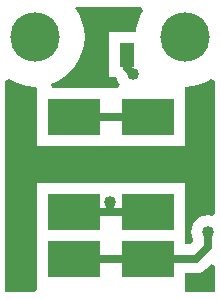
<source format=gbl>
%FSLAX25Y25*%
%MOIN*%
G70*
G01*
G75*
G04 Layer_Physical_Order=2*
G04 Layer_Color=65280*
%ADD10P,0.08352X4X285.0*%
%ADD11P,0.08352X4X165.0*%
%ADD12R,0.05906X0.05906*%
%ADD13C,0.02500*%
%ADD14C,0.16500*%
%ADD15C,0.04000*%
%ADD16R,0.05000X0.08000*%
%ADD17R,0.17716X0.12205*%
G36*
X472500Y511265D02*
Y502500D01*
X462465D01*
Y503898D01*
X462465D01*
Y508709D01*
X466000D01*
X467240Y508872D01*
X468057Y509211D01*
X468396Y509351D01*
X469388Y510112D01*
Y510112D01*
X469388D01*
D01*
D01*
D01*
D01*
D01*
D01*
X469388D01*
D01*
X469388D01*
Y510112D01*
D01*
D01*
D01*
D01*
Y510112D01*
D01*
D01*
D01*
D01*
D01*
D01*
Y510112D01*
D01*
D01*
X469388D01*
D01*
D01*
D01*
X471114Y511839D01*
X472500Y511265D01*
D02*
G37*
G36*
X404986Y572753D02*
X407385Y571759D01*
X409911Y571153D01*
X412500Y570949D01*
X413137Y570405D01*
X413142Y570346D01*
X413142Y570346D01*
X413142Y570346D01*
Y551142D01*
X462465D01*
Y570346D01*
X462465D01*
X462500Y570949D01*
X465089Y571153D01*
X467615Y571759D01*
X470014Y572753D01*
X471191Y573474D01*
X472500Y572741D01*
Y528856D01*
X471372Y527867D01*
X470000Y528048D01*
X468564Y527858D01*
X467226Y527304D01*
X466077Y526423D01*
X465196Y525274D01*
X464642Y523936D01*
X464453Y522500D01*
X464642Y521064D01*
X465196Y519726D01*
X465209Y519709D01*
Y519485D01*
X464015Y518291D01*
X462465D01*
Y519646D01*
Y538850D01*
X413142D01*
Y519646D01*
Y503898D01*
X413142D01*
Y503561D01*
X412081Y502500D01*
X402500D01*
Y572741D01*
X403809Y573474D01*
X404986Y572753D01*
D02*
G37*
G36*
X448474Y596191D02*
X447753Y595014D01*
X446759Y592615D01*
X446153Y590089D01*
X446067Y589000D01*
X437000D01*
Y574000D01*
X439315D01*
X439612Y573612D01*
X439639Y573586D01*
X439642Y573564D01*
X440196Y572226D01*
X440606Y571692D01*
X439943Y570346D01*
X418049D01*
X417756Y571818D01*
X420014Y572753D01*
X422228Y574110D01*
X424203Y575797D01*
X425890Y577772D01*
X427247Y579986D01*
X428241Y582385D01*
X428847Y584911D01*
X429051Y587500D01*
X428847Y590089D01*
X428241Y592615D01*
X427247Y595014D01*
X425890Y597228D01*
X426015Y597500D01*
X447741D01*
X448474Y596191D01*
D02*
G37*
D13*
X425500Y529248D02*
X450106D01*
X437500D02*
Y532500D01*
X425500Y513500D02*
X466000D01*
X470000Y517500D02*
Y522500D01*
X466000Y513500D02*
X470000Y517500D01*
X405004Y544996D02*
X450106D01*
X405000Y522500D02*
Y557500D01*
Y545000D02*
X405004Y544996D01*
X450106D02*
X450110Y545000D01*
X467500D01*
X430000Y575000D02*
X432000Y577000D01*
Y581500D01*
X443000Y577000D02*
X445000Y575000D01*
X443000Y577000D02*
Y581500D01*
X425500Y560744D02*
X450106D01*
D14*
X412500Y587500D02*
D03*
X462500D02*
D03*
D15*
X437500Y532500D02*
D03*
X405000Y557500D02*
D03*
X467500Y545000D02*
D03*
X405000Y522500D02*
D03*
X430000Y575000D02*
D03*
X445000D02*
D03*
X470000Y522500D02*
D03*
X455000Y560000D02*
D03*
D16*
X432000Y581500D02*
D03*
X443000D02*
D03*
D17*
X425500Y513500D02*
D03*
Y529248D02*
D03*
Y544996D02*
D03*
X450106Y513500D02*
D03*
Y529248D02*
D03*
Y544996D02*
D03*
X425500Y560744D02*
D03*
X450106D02*
D03*
M02*

</source>
